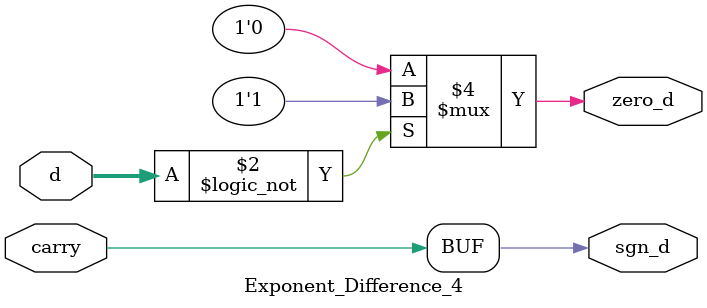
<source format=v>
module Exponent_Difference_4 (d , carry , zero_d , sgn_d);
input [7:0]d;
input carry;
output reg zero_d , sgn_d;
always@(*)
begin
    if (d==0)
    begin
      zero_d=1;
    end
	else 
	begin
	    zero_d=0;
	end
sgn_d=  carry ; 
end

endmodule
</source>
